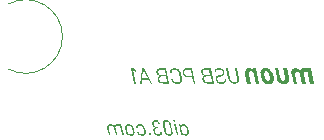
<source format=gbo>
%TF.GenerationSoftware,KiCad,Pcbnew,9.0.6*%
%TF.CreationDate,2025-12-27T03:33:34+09:00*%
%TF.ProjectId,muon,6d756f6e-2e6b-4696-9361-645f70636258,rev?*%
%TF.SameCoordinates,Original*%
%TF.FileFunction,Legend,Bot*%
%TF.FilePolarity,Positive*%
%FSLAX46Y46*%
G04 Gerber Fmt 4.6, Leading zero omitted, Abs format (unit mm)*
G04 Created by KiCad (PCBNEW 9.0.6) date 2025-12-27 03:33:34*
%MOMM*%
%LPD*%
G01*
G04 APERTURE LIST*
%ADD10C,0.100000*%
%ADD11C,0.168750*%
%ADD12C,0.350000*%
%ADD13C,0.162500*%
%ADD14C,3.125000*%
%ADD15C,3.200000*%
%ADD16C,0.600000*%
%ADD17O,1.000000X2.100000*%
%ADD18O,1.000000X1.800000*%
G04 APERTURE END LIST*
D10*
X53030003Y-52249998D02*
G75*
G02*
X53030000Y-57750000I1469997J-2750002D01*
G01*
D11*
G36*
X72569985Y-58649559D02*
G01*
X72567374Y-58696329D01*
X72559568Y-58740004D01*
X72547293Y-58778880D01*
X72530349Y-58814997D01*
X72483326Y-58878340D01*
X72461899Y-58898705D01*
X72427784Y-58924937D01*
X72390637Y-58946859D01*
X72307095Y-58977800D01*
X72208275Y-58991573D01*
X72181579Y-58992145D01*
X72124037Y-58989521D01*
X72069030Y-58981621D01*
X72018763Y-58969075D01*
X71970889Y-58951622D01*
X71926506Y-58929824D01*
X71884466Y-58903287D01*
X71848157Y-58874895D01*
X71809653Y-58837593D01*
X71775201Y-58796775D01*
X71745400Y-58753259D01*
X71719646Y-58706284D01*
X71680549Y-58601763D01*
X71670441Y-58559801D01*
X71483561Y-57685867D01*
X71620939Y-57685867D01*
X71806019Y-58546955D01*
X71819447Y-58600763D01*
X71837392Y-58650309D01*
X71858462Y-58693011D01*
X71883552Y-58731669D01*
X71932433Y-58785137D01*
X71966300Y-58811648D01*
X72002707Y-58833361D01*
X72040771Y-58849907D01*
X72081261Y-58861764D01*
X72168733Y-58871213D01*
X72215815Y-58868610D01*
X72258525Y-58860859D01*
X72294546Y-58849020D01*
X72326750Y-58832822D01*
X72361095Y-58807065D01*
X72383663Y-58782755D01*
X72401900Y-58755315D01*
X72425002Y-58691906D01*
X72430725Y-58633031D01*
X72419761Y-58546955D01*
X72236563Y-57685867D01*
X72375741Y-57685867D01*
X72558939Y-58552437D01*
X72569983Y-58648216D01*
X72569985Y-58649559D01*
G37*
G36*
X71475216Y-58678851D02*
G01*
X71472590Y-58726282D01*
X71464681Y-58770115D01*
X71452559Y-58807535D01*
X71435800Y-58841703D01*
X71415377Y-58871301D01*
X71390637Y-58897790D01*
X71374494Y-58911551D01*
X71306135Y-58953094D01*
X71219677Y-58980432D01*
X71111027Y-58991964D01*
X71094174Y-58992145D01*
X71025209Y-58989521D01*
X70960781Y-58981621D01*
X70904738Y-58969445D01*
X70852712Y-58952604D01*
X70807155Y-58932316D01*
X70765252Y-58907785D01*
X70722296Y-58874895D01*
X70689692Y-58843499D01*
X70661525Y-58808965D01*
X70638270Y-58772097D01*
X70619305Y-58732178D01*
X70594195Y-58642299D01*
X70586718Y-58548755D01*
X70589323Y-58505527D01*
X70597085Y-58466160D01*
X70609069Y-58432415D01*
X70625508Y-58401846D01*
X70656266Y-58363757D01*
X70715669Y-58321114D01*
X70798535Y-58288173D01*
X70859674Y-58273999D01*
X71009898Y-58246507D01*
X71059793Y-58233504D01*
X71101712Y-58216580D01*
X71149158Y-58184241D01*
X71166857Y-58165111D01*
X71180154Y-58142972D01*
X71193999Y-58089270D01*
X71194896Y-58068791D01*
X71192285Y-58028711D01*
X71184487Y-57991311D01*
X71172125Y-57957744D01*
X71155043Y-57926470D01*
X71106263Y-57869865D01*
X71103338Y-57867265D01*
X71039584Y-57825159D01*
X70961057Y-57798719D01*
X70863420Y-57788515D01*
X70855992Y-57788471D01*
X70804716Y-57791093D01*
X70759849Y-57798967D01*
X70725447Y-57810345D01*
X70696049Y-57825869D01*
X70673458Y-57843781D01*
X70655067Y-57865208D01*
X70631167Y-57917425D01*
X70623292Y-57982715D01*
X70625269Y-58010792D01*
X70626974Y-58030335D01*
X70491396Y-58030335D01*
X70489596Y-57980833D01*
X70492206Y-57932044D01*
X70500007Y-57887523D01*
X70511957Y-57849664D01*
X70528367Y-57815374D01*
X70548499Y-57785462D01*
X70572753Y-57758758D01*
X70586718Y-57746333D01*
X70657948Y-57704239D01*
X70743673Y-57678393D01*
X70846828Y-57669421D01*
X70909923Y-57672064D01*
X70969968Y-57680087D01*
X71023150Y-57692559D01*
X71073453Y-57709962D01*
X71097856Y-57720723D01*
X71141459Y-57743787D01*
X71180598Y-57770504D01*
X71214403Y-57799921D01*
X71244170Y-57832765D01*
X71270008Y-57869065D01*
X71291595Y-57906693D01*
X71308537Y-57946755D01*
X71328851Y-58035247D01*
X71332356Y-58096283D01*
X71329191Y-58138112D01*
X71320824Y-58176533D01*
X71308253Y-58209461D01*
X71291094Y-58239438D01*
X71244107Y-58289719D01*
X71177219Y-58329853D01*
X71084893Y-58359886D01*
X71066682Y-58363757D01*
X70920140Y-58391249D01*
X70870793Y-58403437D01*
X70828721Y-58419366D01*
X70798215Y-58436085D01*
X70773516Y-58455315D01*
X70755076Y-58476380D01*
X70741021Y-58500758D01*
X70726716Y-58558192D01*
X70725896Y-58578129D01*
X70728505Y-58622407D01*
X70736298Y-58663356D01*
X70748462Y-58699240D01*
X70765216Y-58732210D01*
X70811598Y-58788932D01*
X70817536Y-58794301D01*
X70881669Y-58835244D01*
X70962929Y-58861720D01*
X71066913Y-58872841D01*
X71083128Y-58873013D01*
X71136551Y-58870395D01*
X71183776Y-58862540D01*
X71220795Y-58851062D01*
X71252822Y-58835383D01*
X71277886Y-58817236D01*
X71298703Y-58795528D01*
X71326979Y-58743163D01*
X71339254Y-58674921D01*
X71339638Y-58658723D01*
X71337838Y-58614703D01*
X71469734Y-58614703D01*
X71475216Y-58678851D01*
G37*
G36*
X70430275Y-58981100D02*
G01*
X69944747Y-58981100D01*
X69882942Y-58978458D01*
X69824172Y-58970442D01*
X69772160Y-58957982D01*
X69723039Y-58940602D01*
X69699283Y-58929879D01*
X69655927Y-58905808D01*
X69616502Y-58877819D01*
X69581887Y-58846788D01*
X69551000Y-58812025D01*
X69528931Y-58781455D01*
X69507343Y-58743828D01*
X69490402Y-58703766D01*
X69470087Y-58615274D01*
X69467109Y-58563401D01*
X69605843Y-58563401D01*
X69608453Y-58606952D01*
X69616246Y-58647412D01*
X69628465Y-58683137D01*
X69645308Y-58716052D01*
X69691979Y-58772814D01*
X69697483Y-58777773D01*
X69762611Y-58821019D01*
X69842006Y-58848192D01*
X69938308Y-58858349D01*
X69942947Y-58858367D01*
X70267205Y-58858367D01*
X70166483Y-58380203D01*
X69827497Y-58380203D01*
X69777105Y-58382849D01*
X69733087Y-58390896D01*
X69699975Y-58402366D01*
X69671440Y-58418125D01*
X69660827Y-58426023D01*
X69641504Y-58445894D01*
X69626347Y-58469090D01*
X69608535Y-58525458D01*
X69605843Y-58563401D01*
X69467109Y-58563401D01*
X69466583Y-58554237D01*
X69469172Y-58513044D01*
X69476820Y-58474930D01*
X69489008Y-58440529D01*
X69505691Y-58408786D01*
X69508721Y-58404013D01*
X69551488Y-58357060D01*
X69611482Y-58321912D01*
X69631535Y-58314255D01*
X69586523Y-58298210D01*
X69544873Y-58277513D01*
X69508750Y-58253589D01*
X69475750Y-58225249D01*
X69435491Y-58178677D01*
X69410078Y-58140457D01*
X69389817Y-58100361D01*
X69375089Y-58059532D01*
X69365389Y-58017061D01*
X69362308Y-57979033D01*
X69499639Y-57979033D01*
X69502267Y-58021551D01*
X69510186Y-58060719D01*
X69522366Y-58094227D01*
X69539226Y-58124924D01*
X69585942Y-58177047D01*
X69594879Y-58184241D01*
X69666679Y-58226437D01*
X69751697Y-58251850D01*
X69838543Y-58259353D01*
X70140791Y-58259353D01*
X70043751Y-57808600D01*
X69715811Y-57808600D01*
X69665389Y-57811217D01*
X69621696Y-57819070D01*
X69588769Y-57830321D01*
X69561031Y-57845629D01*
X69540219Y-57863157D01*
X69523712Y-57884068D01*
X69503790Y-57934937D01*
X69499639Y-57979033D01*
X69362308Y-57979033D01*
X69360379Y-57955223D01*
X69363008Y-57911084D01*
X69370934Y-57870731D01*
X69382995Y-57836809D01*
X69399663Y-57806004D01*
X69444655Y-57755497D01*
X69507904Y-57717933D01*
X69590547Y-57693968D01*
X69690119Y-57685867D01*
X70155437Y-57685867D01*
X70430275Y-58981100D01*
G37*
G36*
X68868469Y-58981100D02*
G01*
X68732891Y-58981100D01*
X68619323Y-58455315D01*
X68295065Y-58455315D01*
X68235603Y-58452713D01*
X68178626Y-58444972D01*
X68125180Y-58432460D01*
X68074327Y-58415176D01*
X68033073Y-58396731D01*
X67988787Y-58371102D01*
X67948685Y-58341643D01*
X67914137Y-58309691D01*
X67883450Y-58274058D01*
X67857157Y-58235543D01*
X67818775Y-58152067D01*
X67798363Y-58057429D01*
X67795987Y-58013807D01*
X67932269Y-58013807D01*
X67934896Y-58064101D01*
X67942810Y-58110122D01*
X67954816Y-58148769D01*
X67971387Y-58183889D01*
X67991548Y-58214222D01*
X68015956Y-58241408D01*
X68027591Y-58251989D01*
X68059936Y-58276292D01*
X68095436Y-58296364D01*
X68176364Y-58323877D01*
X68274330Y-58334414D01*
X68282219Y-58334465D01*
X68593631Y-58334465D01*
X68483745Y-57819645D01*
X68166769Y-57819645D01*
X68115078Y-57822864D01*
X68069775Y-57831263D01*
X68034930Y-57843071D01*
X68005144Y-57858985D01*
X67982293Y-57877192D01*
X67963715Y-57898870D01*
X67939813Y-57951176D01*
X67932269Y-58013807D01*
X67795987Y-58013807D01*
X67794891Y-57993679D01*
X67797510Y-57947092D01*
X67805368Y-57904106D01*
X67817482Y-57867109D01*
X67834198Y-57833276D01*
X67854795Y-57803502D01*
X67879719Y-57776704D01*
X67882849Y-57773825D01*
X67948031Y-57732310D01*
X68028497Y-57706448D01*
X68131995Y-57696913D01*
X68595513Y-57696913D01*
X68868469Y-58981100D01*
G37*
G36*
X67725834Y-58653241D02*
G01*
X67723215Y-58706620D01*
X67715358Y-58755306D01*
X67703454Y-58796083D01*
X67687084Y-58832866D01*
X67667433Y-58864056D01*
X67643762Y-58891657D01*
X67621430Y-58911551D01*
X67551352Y-58955281D01*
X67466068Y-58983568D01*
X67361979Y-58995573D01*
X67342992Y-58995827D01*
X67282034Y-58993202D01*
X67224417Y-58985300D01*
X67173041Y-58972933D01*
X67124735Y-58955774D01*
X67081176Y-58934701D01*
X67040532Y-58909126D01*
X67015052Y-58889541D01*
X66976067Y-58853762D01*
X66941031Y-58814296D01*
X66910751Y-58772180D01*
X66884390Y-58726402D01*
X66843848Y-58623857D01*
X66837336Y-58600057D01*
X66835536Y-58592775D01*
X66969232Y-58592775D01*
X66971114Y-58600057D01*
X66984748Y-58646972D01*
X67002667Y-58689589D01*
X67023904Y-58726636D01*
X67048985Y-58759841D01*
X67090164Y-58799783D01*
X67122212Y-58822452D01*
X67157312Y-58840806D01*
X67237174Y-58864623D01*
X67317300Y-58871213D01*
X67368510Y-58868594D01*
X67414565Y-58860734D01*
X67452194Y-58848979D01*
X67485688Y-58832848D01*
X67517026Y-58810747D01*
X67555707Y-58766169D01*
X67579843Y-58706007D01*
X67588456Y-58627549D01*
X67578898Y-58536441D01*
X67573810Y-58508499D01*
X67500498Y-58171395D01*
X67482472Y-58101270D01*
X67460788Y-58038673D01*
X67437592Y-57987644D01*
X67411391Y-57943126D01*
X67359438Y-57881911D01*
X67327210Y-57855996D01*
X67292102Y-57834586D01*
X67213988Y-57805518D01*
X67121739Y-57794077D01*
X67110292Y-57793953D01*
X67060369Y-57796570D01*
X67015673Y-57804415D01*
X66979535Y-57816089D01*
X66947713Y-57832079D01*
X66917930Y-57854419D01*
X66896762Y-57878319D01*
X66879750Y-57905552D01*
X66858509Y-57969731D01*
X66853864Y-58024853D01*
X66859346Y-58070591D01*
X66721886Y-58070591D01*
X66716404Y-58010125D01*
X66719014Y-57960040D01*
X66726815Y-57913485D01*
X66738970Y-57872629D01*
X66755713Y-57835037D01*
X66776299Y-57801731D01*
X66801129Y-57771572D01*
X66813526Y-57759179D01*
X66877797Y-57714414D01*
X66957726Y-57684631D01*
X67057649Y-57670340D01*
X67093846Y-57669421D01*
X67154440Y-57672046D01*
X67212047Y-57679946D01*
X67264125Y-57692408D01*
X67313491Y-57709721D01*
X67358844Y-57731215D01*
X67401634Y-57757349D01*
X67440114Y-57786671D01*
X67505940Y-57855959D01*
X67562353Y-57946431D01*
X67608898Y-58061858D01*
X67636076Y-58165913D01*
X67707588Y-58501135D01*
X67719483Y-58565713D01*
X67725135Y-58624729D01*
X67725834Y-58653241D01*
G37*
G36*
X66641619Y-58981100D02*
G01*
X66156091Y-58981100D01*
X66094286Y-58978458D01*
X66035516Y-58970442D01*
X65983504Y-58957982D01*
X65934383Y-58940602D01*
X65910627Y-58929879D01*
X65867272Y-58905808D01*
X65827846Y-58877819D01*
X65793232Y-58846788D01*
X65762344Y-58812025D01*
X65740275Y-58781455D01*
X65718687Y-58743828D01*
X65701746Y-58703766D01*
X65681431Y-58615274D01*
X65678453Y-58563401D01*
X65817187Y-58563401D01*
X65819797Y-58606952D01*
X65827590Y-58647412D01*
X65839809Y-58683137D01*
X65856652Y-58716052D01*
X65903323Y-58772814D01*
X65908827Y-58777773D01*
X65973955Y-58821019D01*
X66053350Y-58848192D01*
X66149652Y-58858349D01*
X66154291Y-58858367D01*
X66478549Y-58858367D01*
X66377827Y-58380203D01*
X66038841Y-58380203D01*
X65988449Y-58382849D01*
X65944431Y-58390896D01*
X65911319Y-58402366D01*
X65882784Y-58418125D01*
X65872171Y-58426023D01*
X65852848Y-58445894D01*
X65837691Y-58469090D01*
X65819879Y-58525458D01*
X65817187Y-58563401D01*
X65678453Y-58563401D01*
X65677927Y-58554237D01*
X65680516Y-58513044D01*
X65688164Y-58474930D01*
X65700352Y-58440529D01*
X65717035Y-58408786D01*
X65720065Y-58404013D01*
X65762832Y-58357060D01*
X65822826Y-58321912D01*
X65842879Y-58314255D01*
X65797867Y-58298210D01*
X65756217Y-58277513D01*
X65720094Y-58253589D01*
X65687094Y-58225249D01*
X65646835Y-58178677D01*
X65621422Y-58140457D01*
X65601161Y-58100361D01*
X65586433Y-58059532D01*
X65576733Y-58017061D01*
X65573652Y-57979033D01*
X65710983Y-57979033D01*
X65713611Y-58021551D01*
X65721530Y-58060719D01*
X65733710Y-58094227D01*
X65750570Y-58124924D01*
X65797286Y-58177047D01*
X65806223Y-58184241D01*
X65878023Y-58226437D01*
X65963041Y-58251850D01*
X66049887Y-58259353D01*
X66352135Y-58259353D01*
X66255095Y-57808600D01*
X65927155Y-57808600D01*
X65876733Y-57811217D01*
X65833040Y-57819070D01*
X65800113Y-57830321D01*
X65772375Y-57845629D01*
X65751563Y-57863157D01*
X65735056Y-57884068D01*
X65715134Y-57934937D01*
X65710983Y-57979033D01*
X65573652Y-57979033D01*
X65571723Y-57955223D01*
X65574352Y-57911084D01*
X65582278Y-57870731D01*
X65594339Y-57836809D01*
X65611007Y-57806004D01*
X65655999Y-57755497D01*
X65719248Y-57717933D01*
X65801891Y-57693968D01*
X65901463Y-57685867D01*
X66366781Y-57685867D01*
X66641619Y-58981100D01*
G37*
G36*
X65222673Y-58981100D02*
G01*
X65078013Y-58981100D01*
X64903897Y-58669687D01*
X64354303Y-58669687D01*
X64312165Y-58981100D01*
X64169305Y-58981100D01*
X64232701Y-58554237D01*
X64368949Y-58554237D01*
X64837949Y-58554237D01*
X64460589Y-57878229D01*
X64368949Y-58554237D01*
X64232701Y-58554237D01*
X64361667Y-57685867D01*
X64478917Y-57685867D01*
X65222673Y-58981100D01*
G37*
G36*
X63604329Y-57843455D02*
G01*
X63846111Y-58981100D01*
X63712415Y-58981100D01*
X63435777Y-57685867D01*
X63573155Y-57685867D01*
X63831465Y-57858101D01*
X63862639Y-58012007D01*
X63604329Y-57843455D01*
G37*
D12*
G36*
X78645533Y-57687870D02*
G01*
X78917669Y-58997000D01*
X78611901Y-58997000D01*
X78442091Y-58180044D01*
X78427642Y-58127938D01*
X78407341Y-58082289D01*
X78383379Y-58045854D01*
X78354407Y-58014930D01*
X78348998Y-58010234D01*
X78311134Y-57982972D01*
X78270593Y-57963289D01*
X78231489Y-57952457D01*
X78190026Y-57948686D01*
X78189410Y-57948685D01*
X78148206Y-57952202D01*
X78112799Y-57962753D01*
X78085966Y-57978194D01*
X78063763Y-57999290D01*
X78057299Y-58007706D01*
X78033098Y-58066554D01*
X78032253Y-58147966D01*
X78037735Y-58180044D01*
X78207545Y-58997000D01*
X77901887Y-58997000D01*
X77730539Y-58172680D01*
X77717136Y-58125375D01*
X77697752Y-58082645D01*
X77642955Y-58011798D01*
X77641292Y-58010234D01*
X77609375Y-57985191D01*
X77574583Y-57966792D01*
X77496844Y-57949217D01*
X77479286Y-57948685D01*
X77438069Y-57952202D01*
X77402648Y-57962753D01*
X77375853Y-57978179D01*
X77353739Y-57999250D01*
X77347285Y-58007706D01*
X77323084Y-58066554D01*
X77322239Y-58147966D01*
X77327721Y-58180044D01*
X77497531Y-58997000D01*
X77191763Y-58997000D01*
X77014260Y-58143114D01*
X77002432Y-58069038D01*
X76998961Y-58000560D01*
X77003108Y-57942995D01*
X77014254Y-57890217D01*
X77030968Y-57845369D01*
X77053796Y-57804781D01*
X77058114Y-57798549D01*
X77087664Y-57763247D01*
X77122158Y-57733472D01*
X77203294Y-57692033D01*
X77306978Y-57672109D01*
X77349263Y-57670614D01*
X77410091Y-57674117D01*
X77469886Y-57684565D01*
X77586763Y-57726333D01*
X77700919Y-57797286D01*
X77747025Y-57835478D01*
X77770622Y-57794547D01*
X77799263Y-57759314D01*
X77831534Y-57730858D01*
X77868376Y-57707810D01*
X77956219Y-57678076D01*
X78040043Y-57670614D01*
X78147272Y-57684683D01*
X78213920Y-57707544D01*
X78274521Y-57737172D01*
X78330877Y-57773229D01*
X78371639Y-57805913D01*
X78347130Y-57687870D01*
X78645533Y-57687870D01*
G37*
G36*
X76773009Y-58468006D02*
G01*
X76787654Y-58555632D01*
X76793511Y-58635595D01*
X76791249Y-58701129D01*
X76781824Y-58760417D01*
X76766913Y-58809203D01*
X76745989Y-58852746D01*
X76720628Y-58889140D01*
X76689867Y-58920822D01*
X76612589Y-58969826D01*
X76509127Y-59001021D01*
X76378215Y-59011837D01*
X76297503Y-59008309D01*
X76222190Y-58997682D01*
X76156723Y-58981289D01*
X76095947Y-58958594D01*
X76042251Y-58930974D01*
X75992820Y-58897507D01*
X75967264Y-58876429D01*
X75886145Y-58786068D01*
X75820399Y-58669970D01*
X75769700Y-58521840D01*
X75757227Y-58468006D01*
X75595111Y-57687870D01*
X75900769Y-57687870D01*
X76059808Y-58453168D01*
X76079740Y-58531726D01*
X76103686Y-58596705D01*
X76145207Y-58667272D01*
X76197341Y-58709464D01*
X76272199Y-58732792D01*
X76320952Y-58736185D01*
X76366647Y-58732733D01*
X76404459Y-58722640D01*
X76431480Y-58708284D01*
X76451886Y-58689197D01*
X76466802Y-58662326D01*
X76479041Y-58585916D01*
X76466787Y-58466237D01*
X76464164Y-58453168D01*
X76305125Y-57687870D01*
X76610893Y-57687870D01*
X76773009Y-58468006D01*
G37*
G36*
X74875245Y-57674112D02*
G01*
X74946043Y-57684529D01*
X75011362Y-57701216D01*
X75073173Y-57724250D01*
X75186163Y-57788627D01*
X75209110Y-57805913D01*
X75293084Y-57890013D01*
X75361346Y-57998713D01*
X75414370Y-58137261D01*
X75434644Y-58219391D01*
X75485312Y-58463060D01*
X75499817Y-58550068D01*
X75505533Y-58629636D01*
X75503114Y-58694567D01*
X75493494Y-58753313D01*
X75478457Y-58801255D01*
X75457379Y-58843938D01*
X75432226Y-58878957D01*
X75398049Y-58913617D01*
X75359009Y-58943049D01*
X75266308Y-58986143D01*
X75148276Y-59008907D01*
X75079417Y-59011837D01*
X75003676Y-59008320D01*
X74931567Y-58997769D01*
X74865876Y-58981024D01*
X74803752Y-58957797D01*
X74746760Y-58928937D01*
X74693356Y-58893924D01*
X74673961Y-58878957D01*
X74591438Y-58794466D01*
X74523126Y-58683717D01*
X74469755Y-58542376D01*
X74450296Y-58463060D01*
X74399628Y-58219391D01*
X74385450Y-58134315D01*
X74692016Y-58134315D01*
X74703857Y-58224337D01*
X74752986Y-58460532D01*
X74770535Y-58527537D01*
X74793389Y-58585353D01*
X74818325Y-58629201D01*
X74847528Y-58665606D01*
X74878244Y-58692533D01*
X74912610Y-58713055D01*
X74990214Y-58734515D01*
X75022154Y-58736185D01*
X75067244Y-58732675D01*
X75105435Y-58722172D01*
X75133434Y-58707116D01*
X75156069Y-58686669D01*
X75184609Y-58632089D01*
X75193130Y-58551815D01*
X75181413Y-58460532D01*
X75132283Y-58224337D01*
X75114995Y-58158369D01*
X75092364Y-58101286D01*
X75067437Y-58057562D01*
X75038197Y-58021132D01*
X75007250Y-57993922D01*
X74972610Y-57973055D01*
X74894177Y-57950719D01*
X74858389Y-57948685D01*
X74814137Y-57952195D01*
X74776748Y-57962698D01*
X74749427Y-57977744D01*
X74727411Y-57998177D01*
X74699764Y-58053005D01*
X74692016Y-58134315D01*
X74385450Y-58134315D01*
X74385151Y-58132522D01*
X74379460Y-58053375D01*
X74381858Y-57988606D01*
X74391396Y-57930120D01*
X74406386Y-57882082D01*
X74427354Y-57839312D01*
X74450846Y-57805913D01*
X74483768Y-57771537D01*
X74521776Y-57742056D01*
X74613614Y-57697813D01*
X74730148Y-57673919D01*
X74800577Y-57670614D01*
X74875245Y-57674112D01*
G37*
G36*
X74018792Y-57687870D02*
G01*
X74290928Y-58997000D01*
X73985160Y-58997000D01*
X73815350Y-58180044D01*
X73800900Y-58127938D01*
X73780600Y-58082289D01*
X73756638Y-58045854D01*
X73727666Y-58014930D01*
X73722257Y-58010234D01*
X73684393Y-57982972D01*
X73643852Y-57963289D01*
X73604748Y-57952457D01*
X73563285Y-57948686D01*
X73562669Y-57948685D01*
X73523456Y-57952141D01*
X73489042Y-57962262D01*
X73460995Y-57977750D01*
X73437776Y-57998626D01*
X73428579Y-58010234D01*
X73405767Y-58066693D01*
X73405277Y-58146555D01*
X73410994Y-58180044D01*
X73580804Y-58997000D01*
X73275146Y-58997000D01*
X73097643Y-58143114D01*
X73085326Y-58066689D01*
X73081446Y-57996240D01*
X73085267Y-57937383D01*
X73096115Y-57883610D01*
X73112220Y-57838899D01*
X73134242Y-57798549D01*
X73161308Y-57763720D01*
X73193400Y-57734257D01*
X73270463Y-57692694D01*
X73369944Y-57672307D01*
X73413302Y-57670614D01*
X73520402Y-57684088D01*
X73586629Y-57705016D01*
X73684729Y-57757417D01*
X73744898Y-57805913D01*
X73720389Y-57687870D01*
X74018792Y-57687870D01*
G37*
D13*
G36*
X67907780Y-62421907D02*
G01*
X67953295Y-62429760D01*
X67995303Y-62442346D01*
X68035288Y-62459833D01*
X68108884Y-62509243D01*
X68112935Y-62512729D01*
X68170411Y-62576795D01*
X68218896Y-62663009D01*
X68257304Y-62775483D01*
X68264959Y-62807695D01*
X68307097Y-63001939D01*
X68317857Y-63071539D01*
X68321743Y-63130153D01*
X68319113Y-63179089D01*
X68311169Y-63222788D01*
X68299483Y-63257482D01*
X68283420Y-63287976D01*
X68248513Y-63327997D01*
X68220192Y-63349561D01*
X68188842Y-63366807D01*
X68117271Y-63388059D01*
X68063433Y-63392145D01*
X68014861Y-63389522D01*
X67969238Y-63381634D01*
X67928788Y-63369287D01*
X67891038Y-63352170D01*
X67856876Y-63330878D01*
X67825330Y-63305010D01*
X67779513Y-63252885D01*
X67807005Y-63381100D01*
X67682391Y-63381100D01*
X67543702Y-62732583D01*
X67682391Y-62732583D01*
X67691555Y-62826023D01*
X67726411Y-62992775D01*
X67740532Y-63046714D01*
X67759002Y-63095619D01*
X67780233Y-63136879D01*
X67805433Y-63174163D01*
X67827133Y-63199783D01*
X67854045Y-63224821D01*
X67883561Y-63245019D01*
X67949007Y-63270780D01*
X68019495Y-63278577D01*
X68058260Y-63275302D01*
X68092008Y-63266852D01*
X68117865Y-63254927D01*
X68139698Y-63238851D01*
X68170048Y-63196803D01*
X68185972Y-63137565D01*
X68188047Y-63100861D01*
X68185439Y-63047262D01*
X68177650Y-62998840D01*
X68177083Y-62996375D01*
X68138545Y-62816859D01*
X68122400Y-62756582D01*
X68102482Y-62703452D01*
X68081105Y-62661381D01*
X68056611Y-62625237D01*
X68031181Y-62597096D01*
X68003083Y-62574046D01*
X67973674Y-62556753D01*
X67941817Y-62544145D01*
X67870552Y-62533013D01*
X67863789Y-62532939D01*
X67826298Y-62535538D01*
X67792997Y-62543256D01*
X67765803Y-62554919D01*
X67742238Y-62570809D01*
X67726411Y-62586041D01*
X67697697Y-62636123D01*
X67683474Y-62704217D01*
X67682391Y-62732583D01*
X67543702Y-62732583D01*
X67479065Y-62430335D01*
X67607279Y-62430335D01*
X67634771Y-62564031D01*
X67651260Y-62528602D01*
X67671790Y-62497977D01*
X67693662Y-62474895D01*
X67719047Y-62455945D01*
X67750236Y-62439784D01*
X67784714Y-62428165D01*
X67860107Y-62419289D01*
X67907780Y-62421907D01*
G37*
G36*
X67199400Y-62430335D02*
G01*
X67399126Y-63381100D01*
X67274512Y-63381100D01*
X67071186Y-62430335D01*
X67199400Y-62430335D01*
G37*
G36*
X67133452Y-62106077D02*
G01*
X67170108Y-62274629D01*
X67034530Y-62274629D01*
X66997874Y-62106077D01*
X67133452Y-62106077D01*
G37*
G36*
X66460684Y-62070158D02*
G01*
X66509563Y-62078015D01*
X66552021Y-62090166D01*
X66591145Y-62106939D01*
X66625703Y-62127487D01*
X66657163Y-62152335D01*
X66671898Y-62166543D01*
X66727231Y-62238347D01*
X66774976Y-62335582D01*
X66814421Y-62464996D01*
X66816558Y-62474273D01*
X66926526Y-62985411D01*
X66938409Y-63056297D01*
X66942925Y-63119685D01*
X66942972Y-63126471D01*
X66940341Y-63175614D01*
X66932398Y-63219930D01*
X66920584Y-63255829D01*
X66904313Y-63287781D01*
X66869742Y-63329879D01*
X66842533Y-63351437D01*
X66811728Y-63369080D01*
X66738523Y-63392508D01*
X66659052Y-63399427D01*
X66607717Y-63396816D01*
X66559925Y-63389012D01*
X66517739Y-63376816D01*
X66478677Y-63360003D01*
X66443491Y-63339147D01*
X66411220Y-63313952D01*
X66393378Y-63296905D01*
X66338189Y-63223195D01*
X66290668Y-63123360D01*
X66250518Y-62985411D01*
X66142432Y-62474273D01*
X66125169Y-62369308D01*
X66124827Y-62358905D01*
X66266964Y-62358905D01*
X66269702Y-62413464D01*
X66278393Y-62475389D01*
X66285292Y-62509129D01*
X66382414Y-62959801D01*
X66401450Y-63039119D01*
X66423186Y-63105820D01*
X66444229Y-63153606D01*
X66467295Y-63192135D01*
X66475854Y-63203465D01*
X66497040Y-63226460D01*
X66521296Y-63245067D01*
X66578517Y-63269308D01*
X66642524Y-63276695D01*
X66680171Y-63274103D01*
X66712574Y-63266432D01*
X66737444Y-63255201D01*
X66757981Y-63240030D01*
X66763456Y-63234557D01*
X66790035Y-63193043D01*
X66802812Y-63131978D01*
X66803794Y-63104543D01*
X66801074Y-63051756D01*
X66792507Y-62993122D01*
X66785466Y-62959801D01*
X66690144Y-62509129D01*
X66670139Y-62430983D01*
X66647517Y-62364896D01*
X66625456Y-62316476D01*
X66601370Y-62276913D01*
X66591222Y-62263583D01*
X66569232Y-62240520D01*
X66544133Y-62221939D01*
X66485886Y-62198510D01*
X66426352Y-62192153D01*
X66386355Y-62194770D01*
X66352345Y-62202615D01*
X66327504Y-62213749D01*
X66307213Y-62228865D01*
X66305420Y-62230609D01*
X66279687Y-62273749D01*
X66267576Y-62337497D01*
X66266964Y-62358905D01*
X66124827Y-62358905D01*
X66124104Y-62336895D01*
X66126722Y-62287934D01*
X66134577Y-62244054D01*
X66146318Y-62208305D01*
X66162422Y-62176544D01*
X66195534Y-62135369D01*
X66252194Y-62097261D01*
X66324496Y-62074550D01*
X66408024Y-62067539D01*
X66460684Y-62070158D01*
G37*
G36*
X66039173Y-63150281D02*
G01*
X66036555Y-63192973D01*
X66028704Y-63231871D01*
X66016745Y-63264498D01*
X66000288Y-63293740D01*
X65962179Y-63335361D01*
X65904369Y-63370946D01*
X65827299Y-63393105D01*
X65746007Y-63399427D01*
X65694908Y-63396800D01*
X65646530Y-63388880D01*
X65603053Y-63376407D01*
X65561946Y-63359061D01*
X65488027Y-63310692D01*
X65480415Y-63304187D01*
X65447536Y-63272835D01*
X65418517Y-63237939D01*
X65371842Y-63157234D01*
X65340100Y-63059932D01*
X65337473Y-63047677D01*
X65324169Y-62973048D01*
X65319227Y-62918468D01*
X65319145Y-62912100D01*
X65321760Y-62870577D01*
X65329589Y-62832250D01*
X65352119Y-62778403D01*
X65369421Y-62753399D01*
X65390344Y-62732337D01*
X65443612Y-62700722D01*
X65451041Y-62697809D01*
X65407090Y-62676469D01*
X65367140Y-62650694D01*
X65308181Y-62595205D01*
X65280607Y-62558207D01*
X65257617Y-62518099D01*
X65227587Y-62434017D01*
X65212706Y-62361155D01*
X65207459Y-62313085D01*
X65210078Y-62272996D01*
X65217936Y-62235969D01*
X65230118Y-62203988D01*
X65246943Y-62174834D01*
X65284371Y-62133487D01*
X65344801Y-62095456D01*
X65420088Y-62073191D01*
X65491379Y-62067539D01*
X65544785Y-62070635D01*
X65594479Y-62078935D01*
X65637879Y-62091513D01*
X65677960Y-62108708D01*
X65713473Y-62129676D01*
X65745875Y-62154942D01*
X65801059Y-62218023D01*
X65844729Y-62300447D01*
X65876374Y-62406344D01*
X65877903Y-62413807D01*
X65746007Y-62413807D01*
X65732745Y-62363313D01*
X65715456Y-62319234D01*
X65696344Y-62284923D01*
X65673914Y-62255887D01*
X65650007Y-62233586D01*
X65623195Y-62215893D01*
X65562175Y-62194629D01*
X65513389Y-62190353D01*
X65476483Y-62193007D01*
X65443545Y-62201107D01*
X65417896Y-62212959D01*
X65395601Y-62229369D01*
X65394257Y-62230609D01*
X65377045Y-62250336D01*
X65364089Y-62273133D01*
X65350884Y-62328332D01*
X65350319Y-62344177D01*
X65363165Y-62435817D01*
X65374171Y-62477500D01*
X65389978Y-62515213D01*
X65408776Y-62546122D01*
X65431961Y-62573736D01*
X65449241Y-62589723D01*
X65479193Y-62611441D01*
X65511450Y-62628245D01*
X65545125Y-62639830D01*
X65580808Y-62646527D01*
X65612311Y-62648307D01*
X65676459Y-62648307D01*
X65705751Y-62771039D01*
X65632439Y-62771039D01*
X65593279Y-62773655D01*
X65558834Y-62781494D01*
X65531979Y-62793007D01*
X65509177Y-62808732D01*
X65502343Y-62815059D01*
X65485193Y-62835930D01*
X65472265Y-62860094D01*
X65459060Y-62918916D01*
X65458405Y-62937791D01*
X65474933Y-63055041D01*
X65485534Y-63097159D01*
X65500774Y-63135585D01*
X65519511Y-63168529D01*
X65542399Y-63197950D01*
X65562809Y-63218111D01*
X65591896Y-63240180D01*
X65623253Y-63257268D01*
X65691099Y-63276255D01*
X65727679Y-63278577D01*
X65769178Y-63275959D01*
X65804872Y-63268104D01*
X65831772Y-63256790D01*
X65854425Y-63241377D01*
X65855975Y-63240039D01*
X65872671Y-63221964D01*
X65885395Y-63200406D01*
X65899021Y-63145819D01*
X65899913Y-63124671D01*
X65892631Y-63060523D01*
X66030009Y-63060523D01*
X66036647Y-63101997D01*
X66039173Y-63150281D01*
G37*
G36*
X65108619Y-63208947D02*
G01*
X65143475Y-63381100D01*
X64978523Y-63381100D01*
X64941949Y-63208947D01*
X65108619Y-63208947D01*
G37*
G36*
X64660402Y-63111825D02*
G01*
X64657784Y-63159617D01*
X64649935Y-63202618D01*
X64638145Y-63237931D01*
X64621964Y-63269395D01*
X64602361Y-63295992D01*
X64578740Y-63319213D01*
X64572444Y-63324315D01*
X64506725Y-63362418D01*
X64424634Y-63385370D01*
X64336144Y-63392145D01*
X64280995Y-63389527D01*
X64229401Y-63381669D01*
X64183803Y-63369408D01*
X64141287Y-63352451D01*
X64102864Y-63331466D01*
X64067261Y-63306039D01*
X64064988Y-63304187D01*
X64034423Y-63275883D01*
X64008173Y-63244341D01*
X63969080Y-63172713D01*
X63946513Y-63086896D01*
X63944056Y-63067887D01*
X64064988Y-63067887D01*
X64075756Y-63110814D01*
X64091047Y-63148945D01*
X64109143Y-63179794D01*
X64131234Y-63206804D01*
X64149264Y-63223593D01*
X64176314Y-63242741D01*
X64206719Y-63257805D01*
X64279150Y-63275841D01*
X64326980Y-63278577D01*
X64371175Y-63275989D01*
X64410178Y-63268340D01*
X64441673Y-63256891D01*
X64468685Y-63241390D01*
X64475322Y-63236439D01*
X64507028Y-63199728D01*
X64525838Y-63145099D01*
X64530306Y-63091697D01*
X64527480Y-63041135D01*
X64518171Y-62986638D01*
X64517460Y-62983611D01*
X64482686Y-62815059D01*
X64465802Y-62752879D01*
X64445355Y-62699080D01*
X64424360Y-62658718D01*
X64400462Y-62624838D01*
X64370918Y-62595205D01*
X64340918Y-62573940D01*
X64308247Y-62557182D01*
X64234064Y-62536774D01*
X64178556Y-62532939D01*
X64135601Y-62535558D01*
X64098039Y-62543412D01*
X64069279Y-62554805D01*
X64045024Y-62570343D01*
X64037496Y-62576877D01*
X64008015Y-62618946D01*
X63993295Y-62677767D01*
X63991676Y-62710655D01*
X63993558Y-62743629D01*
X63870744Y-62743629D01*
X63868944Y-62695927D01*
X63871562Y-62647464D01*
X63879421Y-62603487D01*
X63891291Y-62566970D01*
X63907606Y-62534260D01*
X63945856Y-62487119D01*
X64004198Y-62449118D01*
X64080290Y-62425344D01*
X64171192Y-62417489D01*
X64227007Y-62420108D01*
X64279216Y-62427962D01*
X64325261Y-62440203D01*
X64368093Y-62457123D01*
X64406469Y-62477940D01*
X64441848Y-62503134D01*
X64503375Y-62566321D01*
X64554137Y-62649021D01*
X64594066Y-62755218D01*
X64607218Y-62807695D01*
X64647556Y-62990893D01*
X64660103Y-63092958D01*
X64660402Y-63111825D01*
G37*
G36*
X63277960Y-62420107D02*
G01*
X63328913Y-62427959D01*
X63375013Y-62440381D01*
X63418436Y-62457596D01*
X63458204Y-62479027D01*
X63495333Y-62505024D01*
X63502629Y-62510929D01*
X63562298Y-62572652D01*
X63611645Y-62654450D01*
X63650473Y-62760576D01*
X63662017Y-62807695D01*
X63704155Y-63001939D01*
X63716708Y-63104100D01*
X63717001Y-63122789D01*
X63714384Y-63170296D01*
X63706532Y-63212921D01*
X63694807Y-63247545D01*
X63678732Y-63278102D01*
X63659529Y-63303258D01*
X63636439Y-63324774D01*
X63634607Y-63326197D01*
X63571024Y-63363656D01*
X63490865Y-63386093D01*
X63411071Y-63392145D01*
X63358198Y-63389527D01*
X63308089Y-63381675D01*
X63262644Y-63369234D01*
X63219745Y-63351985D01*
X63142928Y-63304138D01*
X63136233Y-63298705D01*
X63077894Y-63238264D01*
X63029057Y-63156721D01*
X62990327Y-63049842D01*
X62978727Y-63001939D01*
X62936589Y-62807695D01*
X62925830Y-62741512D01*
X62923580Y-62708773D01*
X63055639Y-62708773D01*
X63058465Y-62757779D01*
X63067774Y-62812032D01*
X63068485Y-62815059D01*
X63105141Y-62994575D01*
X63121018Y-63057353D01*
X63140547Y-63111576D01*
X63160745Y-63152068D01*
X63183887Y-63185979D01*
X63211345Y-63214429D01*
X63241916Y-63237000D01*
X63275047Y-63254785D01*
X63309868Y-63267452D01*
X63347129Y-63275393D01*
X63392743Y-63278577D01*
X63434350Y-63275989D01*
X63471060Y-63268340D01*
X63501258Y-63256756D01*
X63527697Y-63241040D01*
X63533803Y-63236439D01*
X63551182Y-63219360D01*
X63564906Y-63198477D01*
X63581899Y-63143429D01*
X63585105Y-63097179D01*
X63574141Y-62996375D01*
X63537485Y-62815059D01*
X63520619Y-62752879D01*
X63500292Y-62699080D01*
X63479219Y-62658133D01*
X63455388Y-62623873D01*
X63427517Y-62595205D01*
X63398533Y-62573910D01*
X63366936Y-62557137D01*
X63295153Y-62536705D01*
X63242519Y-62532939D01*
X63199676Y-62535558D01*
X63162405Y-62543414D01*
X63133960Y-62554790D01*
X63109914Y-62570304D01*
X63091397Y-62588568D01*
X63076730Y-62610454D01*
X63058818Y-62665883D01*
X63055639Y-62708773D01*
X62923580Y-62708773D01*
X62921943Y-62684963D01*
X62924562Y-62638218D01*
X62932424Y-62596011D01*
X62944243Y-62561308D01*
X62960477Y-62530429D01*
X62980026Y-62504602D01*
X63003580Y-62482245D01*
X63004337Y-62481637D01*
X63070634Y-62444117D01*
X63152652Y-62422460D01*
X63224191Y-62417489D01*
X63277960Y-62420107D01*
G37*
G36*
X62605622Y-62430335D02*
G01*
X62805348Y-63381100D01*
X62678934Y-63381100D01*
X62548838Y-62774721D01*
X62535629Y-62725931D01*
X62517856Y-62682132D01*
X62497930Y-62647349D01*
X62473987Y-62616731D01*
X62451716Y-62595205D01*
X62423159Y-62573407D01*
X62392256Y-62556372D01*
X62323489Y-62536235D01*
X62277682Y-62532939D01*
X62238392Y-62535531D01*
X62203689Y-62543203D01*
X62175549Y-62554745D01*
X62151356Y-62570410D01*
X62145786Y-62575077D01*
X62114998Y-62616069D01*
X62099615Y-62672403D01*
X62098166Y-62699609D01*
X62109130Y-62774721D01*
X62237344Y-63381100D01*
X62109130Y-63381100D01*
X61979034Y-62769239D01*
X61965815Y-62722466D01*
X61947979Y-62680190D01*
X61927690Y-62645940D01*
X61903266Y-62615542D01*
X61881994Y-62595205D01*
X61853329Y-62573365D01*
X61822252Y-62556308D01*
X61753163Y-62536272D01*
X61706078Y-62532939D01*
X61666788Y-62535531D01*
X61632085Y-62543203D01*
X61603945Y-62554745D01*
X61579752Y-62570410D01*
X61574182Y-62575077D01*
X61544664Y-62614754D01*
X61529894Y-62670274D01*
X61528362Y-62699609D01*
X61537526Y-62774721D01*
X61667622Y-63381100D01*
X61539408Y-63381100D01*
X61407430Y-62756393D01*
X61394883Y-62674131D01*
X61394666Y-62661153D01*
X61397272Y-62618799D01*
X61405038Y-62580142D01*
X61416989Y-62547217D01*
X61433378Y-62517700D01*
X61464296Y-62481637D01*
X61521032Y-62445412D01*
X61593610Y-62424507D01*
X61663940Y-62419289D01*
X61712680Y-62421907D01*
X61758938Y-62429760D01*
X61801178Y-62442266D01*
X61841203Y-62459621D01*
X61914322Y-62508487D01*
X61980916Y-62578677D01*
X61991876Y-62545489D01*
X62007377Y-62515831D01*
X62026331Y-62491008D01*
X62049384Y-62469592D01*
X62063310Y-62459627D01*
X62123926Y-62432352D01*
X62203639Y-62419822D01*
X62226380Y-62419289D01*
X62315622Y-62429414D01*
X62380286Y-62450463D01*
X62419981Y-62471762D01*
X62456684Y-62497852D01*
X62504818Y-62545703D01*
X62477408Y-62430335D01*
X62605622Y-62430335D01*
G37*
%LPC*%
G36*
X57460000Y-58420000D02*
G01*
X57650000Y-58420000D01*
X57650000Y-58610000D01*
X57460000Y-58610000D01*
X57460000Y-58420000D01*
G37*
G36*
X58410000Y-58800000D02*
G01*
X58600000Y-58800000D01*
X58600000Y-58990000D01*
X58410000Y-58990000D01*
X58410000Y-58800000D01*
G37*
G36*
X58220000Y-58420000D02*
G01*
X58410000Y-58420000D01*
X58410000Y-58610000D01*
X58220000Y-58610000D01*
X58220000Y-58420000D01*
G37*
G36*
X58030000Y-58040000D02*
G01*
X58220000Y-58040000D01*
X58220000Y-58230000D01*
X58030000Y-58230000D01*
X58030000Y-58040000D01*
G37*
G36*
X57270000Y-58800000D02*
G01*
X57460000Y-58800000D01*
X57460000Y-58990000D01*
X57270000Y-58990000D01*
X57270000Y-58800000D01*
G37*
G36*
X57840000Y-57660000D02*
G01*
X58030000Y-57660000D01*
X58030000Y-57850000D01*
X57840000Y-57850000D01*
X57840000Y-57660000D01*
G37*
G36*
X57840000Y-58420000D02*
G01*
X58030000Y-58420000D01*
X58030000Y-58610000D01*
X57840000Y-58610000D01*
X57840000Y-58420000D01*
G37*
G36*
X57650000Y-58040000D02*
G01*
X57840000Y-58040000D01*
X57840000Y-58230000D01*
X57650000Y-58230000D01*
X57650000Y-58040000D01*
G37*
D14*
X83562500Y-55000000D02*
G75*
G02*
X80437500Y-55000000I-1562500J0D01*
G01*
X80437500Y-55000000D02*
G75*
G02*
X83562500Y-55000000I1562500J0D01*
G01*
D15*
%TO.C,MH1*%
X82000000Y-55000000D03*
%TD*%
%TO.C,MH2*%
X54500000Y-55000000D03*
%TD*%
D16*
%TO.C,J1*%
X76390000Y-54880000D03*
X70610000Y-54880000D03*
D17*
X77820000Y-55380000D03*
D18*
X77820000Y-51200000D03*
D17*
X69180000Y-55380000D03*
D18*
X69180000Y-51200000D03*
%TD*%
%LPD*%
M02*

</source>
